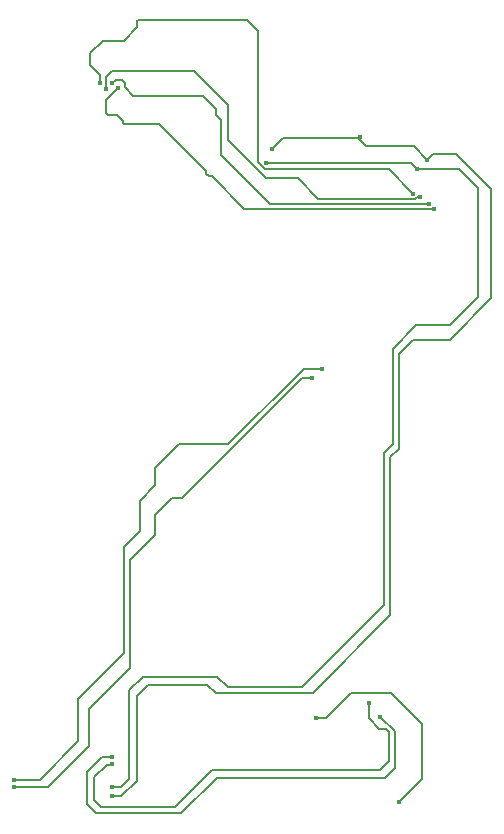
<source format=gbr>
G04*
G04 #@! TF.GenerationSoftware,Altium Limited,Altium Designer,24.2.2 (26)*
G04*
G04 Layer_Physical_Order=8*
G04 Layer_Color=32896*
%FSLAX25Y25*%
%MOIN*%
G70*
G04*
G04 #@! TF.SameCoordinates,83FD6BF8-7FB9-4712-9294-79CC625926FD*
G04*
G04*
G04 #@! TF.FilePolarity,Positive*
G04*
G01*
G75*
%ADD11C,0.00600*%
%ADD165C,0.01600*%
D11*
X267135Y-103394D02*
Y-101133D01*
X268687Y-116558D02*
Y-104946D01*
X267135Y-103394D02*
X268687Y-104946D01*
X262837Y-96836D02*
X267135Y-101133D01*
X267044Y-295971D02*
X299383D01*
X232496Y-330350D02*
X235588D01*
X244416Y-293192D02*
X264266D01*
X267044Y-295971D01*
X240760Y-296849D02*
X244416Y-293192D01*
X240760Y-325177D02*
Y-296849D01*
X235588Y-330350D02*
X240760Y-325177D01*
X271144Y-294094D02*
X295810D01*
X267627Y-290577D02*
X271144Y-294094D01*
X242729Y-290577D02*
X267627D01*
X238195Y-295111D02*
X242729Y-290577D01*
X238195Y-324779D02*
Y-295111D01*
X235588Y-327386D02*
X238195Y-324779D01*
X232485Y-327386D02*
X235588D01*
X303772Y-304345D02*
X312147Y-295971D01*
X300332Y-304345D02*
X303772D01*
X312147Y-295971D02*
X325500D01*
X335906Y-306377D01*
Y-324779D02*
Y-306377D01*
X328230Y-332455D02*
X335906Y-324779D01*
X271144Y-213071D02*
X296359Y-187856D01*
X302469D01*
X254784Y-213071D02*
X271144D01*
X246987Y-220868D02*
X254784Y-213071D01*
X246987Y-226694D02*
Y-220868D01*
X241837Y-242035D02*
Y-231844D01*
X236537Y-247334D02*
X241837Y-242035D01*
Y-231844D02*
X246987Y-226694D01*
X236537Y-282675D02*
Y-247334D01*
X221226Y-297986D02*
X236537Y-282675D01*
X221226Y-312043D02*
Y-297986D01*
X208431Y-324838D02*
X221226Y-312043D01*
X199962Y-324838D02*
X208431D01*
X255737Y-231094D02*
X295904Y-190927D01*
X299219D01*
X246717Y-236775D02*
X252397Y-231094D01*
X246717Y-243378D02*
Y-236775D01*
X252397Y-231094D02*
X255737D01*
X238583Y-251512D02*
X246717Y-243378D01*
X238583Y-287626D02*
Y-251512D01*
X224796Y-301413D02*
X238583Y-287626D01*
X224796Y-313677D02*
Y-301413D01*
X211076Y-327397D02*
X224796Y-313677D01*
X199962Y-327397D02*
X211076D01*
X339455Y-116304D02*
X347250D01*
X337532Y-118227D02*
X339455Y-116304D01*
X347250D02*
X358901Y-127955D01*
Y-164304D02*
Y-127955D01*
X345000Y-178205D02*
X358901Y-164304D01*
X332973Y-178205D02*
X345000D01*
X328144Y-183034D02*
X332973Y-178205D01*
X328144Y-214578D02*
Y-183034D01*
X325265Y-217456D02*
X328144Y-214578D01*
X325265Y-270088D02*
Y-217456D01*
X299383Y-295971D02*
X325265Y-270088D01*
X348099Y-121299D02*
X354493Y-127693D01*
X334282Y-121299D02*
X348099D01*
X354493Y-164020D02*
Y-127693D01*
X345105Y-173409D02*
X354493Y-164020D01*
X333890Y-173409D02*
X345105D01*
X326108Y-181191D02*
X333890Y-173409D01*
X326108Y-213071D02*
Y-181191D01*
X323228Y-215950D02*
X326108Y-213071D01*
X323228Y-266677D02*
Y-215950D01*
X295810Y-294094D02*
X323228Y-266677D01*
X326772Y-320866D02*
Y-308766D01*
X321876Y-303869D02*
X326772Y-308766D01*
X267409Y-324200D02*
X323438D01*
X326772Y-320866D01*
X255578Y-336031D02*
X267409Y-324200D01*
X227128Y-336031D02*
X255578D01*
X224071Y-332974D02*
X227128Y-336031D01*
X224071Y-332974D02*
Y-322268D01*
X229189Y-317150D01*
X232485D01*
X321927Y-321496D02*
X324901Y-318522D01*
Y-308960D01*
X321624Y-307875D02*
X323815D01*
X324901Y-308960D01*
X318176Y-304427D02*
X321624Y-307875D01*
X318176Y-304427D02*
Y-299312D01*
X265913Y-321496D02*
X321927D01*
X253328Y-334080D02*
X265913Y-321496D01*
X228936Y-334080D02*
X253328D01*
X226586Y-331731D02*
X228936Y-334080D01*
X226586Y-331731D02*
Y-324050D01*
X230796Y-319840D01*
X232354D01*
X232496Y-319698D01*
X248153Y-106233D02*
X263987Y-122067D01*
Y-122838D02*
Y-122067D01*
X276628Y-134708D02*
X339773D01*
X236499Y-106233D02*
X248153D01*
X265695Y-123775D02*
X276628Y-134708D01*
X263987Y-122838D02*
X264924Y-123775D01*
X265695D01*
X236147Y-105881D02*
X236499Y-106233D01*
X236147Y-105881D02*
Y-105404D01*
X234137Y-103394D02*
X236147Y-105404D01*
X231158Y-103394D02*
X234137D01*
X230476Y-102713D02*
X231158Y-103394D01*
X230476Y-102713D02*
Y-98293D01*
X234363Y-94406D01*
X236671Y-94088D02*
Y-92474D01*
Y-94088D02*
X239419Y-96836D01*
X262837D01*
X235670Y-91473D02*
X236671Y-92474D01*
X233693Y-91473D02*
X235670D01*
X232445Y-92721D02*
X233693Y-91473D01*
X285238Y-133108D02*
X338076D01*
X268687Y-116558D02*
X285238Y-133108D01*
X232507Y-88646D02*
X259833D01*
X283837Y-124385D02*
X294487D01*
X259833Y-88646D02*
X271010Y-99823D01*
Y-111558D02*
Y-99823D01*
Y-111558D02*
X283837Y-124385D01*
X283611Y-121445D02*
X324816D01*
X281108Y-118942D02*
X283611Y-121445D01*
X281108Y-118942D02*
Y-75203D01*
X277559Y-71653D02*
X281108Y-75203D01*
X240890Y-72047D02*
X241284Y-71653D01*
X277559D01*
X240890Y-73968D02*
Y-72047D01*
X236388Y-78470D02*
X240890Y-73968D01*
X229425Y-78470D02*
X236388D01*
X225219Y-82676D02*
X229425Y-78470D01*
X332216Y-119233D02*
X334282Y-121299D01*
X283661Y-119233D02*
X332216D01*
X317323Y-113779D02*
X333085D01*
X337532Y-118227D01*
X314581Y-111038D02*
X317323Y-113779D01*
X289633Y-111038D02*
X314581D01*
X285956Y-114714D02*
X289633Y-111038D01*
X324816Y-121445D02*
X332973Y-129603D01*
X225219Y-86607D02*
Y-82676D01*
Y-86607D02*
X228451Y-89839D01*
Y-92721D02*
Y-89839D01*
X230476Y-94644D02*
Y-90677D01*
X232507Y-88646D01*
X294487Y-124385D02*
X301305Y-131203D01*
X333635D02*
X334053Y-130786D01*
X301305Y-131203D02*
X333635D01*
X334053Y-130786D02*
X335068D01*
X335259Y-130594D01*
X339773Y-134708D02*
X339847Y-134634D01*
D165*
X315008Y-110630D02*
D03*
X300332Y-304345D02*
D03*
X232496Y-330350D02*
D03*
X232485Y-327386D02*
D03*
X232496Y-319698D02*
D03*
X232485Y-317150D02*
D03*
X199962Y-324838D02*
D03*
Y-327397D02*
D03*
X321876Y-303869D02*
D03*
X318176Y-299312D02*
D03*
X302469Y-187856D02*
D03*
X299219Y-190927D02*
D03*
X334282Y-121299D02*
D03*
X337532Y-118227D02*
D03*
X332973Y-129603D02*
D03*
X335259Y-130594D02*
D03*
X338076Y-133108D02*
D03*
X339847Y-134634D02*
D03*
X285956Y-114714D02*
D03*
X283661Y-119233D02*
D03*
X228451Y-92721D02*
D03*
X230476Y-94644D02*
D03*
X232445Y-92721D02*
D03*
X234363Y-94406D02*
D03*
X328230Y-332455D02*
D03*
M02*

</source>
